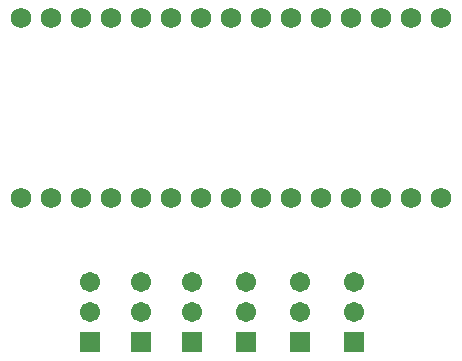
<source format=gbs>
G04 Layer_Color=16711935*
%FSLAX24Y24*%
%MOIN*%
G70*
G01*
G75*
%ADD16C,0.0680*%
%ADD17R,0.0671X0.0671*%
%ADD18C,0.0671*%
D16*
X2400Y13100D02*
D03*
X3400D02*
D03*
X4400D02*
D03*
X5400D02*
D03*
X6400D02*
D03*
X7400D02*
D03*
X8400D02*
D03*
X9400D02*
D03*
X10400D02*
D03*
X11400D02*
D03*
X12400D02*
D03*
X13400D02*
D03*
X15400D02*
D03*
X16400D02*
D03*
X14400D02*
D03*
X16400Y7100D02*
D03*
X15400D02*
D03*
X14400D02*
D03*
X13400D02*
D03*
X12400D02*
D03*
X11400D02*
D03*
X10400D02*
D03*
X9400D02*
D03*
X8400D02*
D03*
X7400D02*
D03*
X6400D02*
D03*
X5400D02*
D03*
X3400D02*
D03*
X2400D02*
D03*
X4400D02*
D03*
D17*
X8100Y2300D02*
D03*
X6400D02*
D03*
X4700D02*
D03*
X11700D02*
D03*
X9900D02*
D03*
X13500D02*
D03*
D18*
X8100Y3300D02*
D03*
Y4300D02*
D03*
X6400Y3300D02*
D03*
Y4300D02*
D03*
X4700Y3300D02*
D03*
Y4300D02*
D03*
X11700Y3300D02*
D03*
Y4300D02*
D03*
X9900Y3300D02*
D03*
Y4300D02*
D03*
X13500D02*
D03*
Y3300D02*
D03*
M02*

</source>
